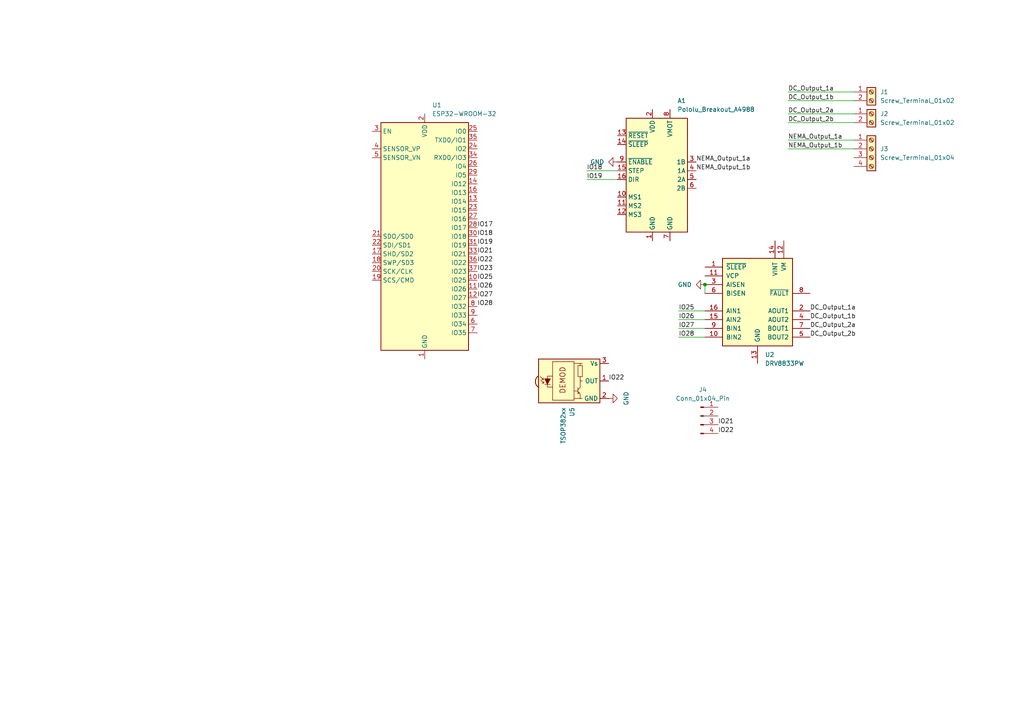
<source format=kicad_sch>
(kicad_sch (version 20250114) (generator "eeschema") (generator_version "9.0")
  (paper "A4")
  (lib_symbols
    (symbol "Connector:Conn_01x04_Pin" (pin_names (offset 1.016) (hide yes))
      (property "Reference" "J" (at 0 5.08 0))
      (property "Value" "Conn_01x04_Pin" (at 0 -7.62 0))
      (symbol "Conn_01x04_Pin_1_1"
        (rectangle (start 0.8636 2.667) (end 0 2.413) (stroke (width 0.1524)) (fill (type outline)))
        (rectangle (start 0.8636 0.127) (end 0 -0.127) (stroke (width 0.1524)) (fill (type outline)))
        (rectangle (start 0.8636 -2.413) (end 0 -2.667) (stroke (width 0.1524)) (fill (type outline)))
        (rectangle (start 0.8636 -4.953) (end 0 -5.207) (stroke (width 0.1524)) (fill (type outline)))
        (polyline (pts (xy 1.27 2.54) (xy 0.8636 2.54)) (stroke (width 0.1524)))
        (polyline (pts (xy 1.27 0) (xy 0.8636 0)) (stroke (width 0.1524)))
        (polyline (pts (xy 1.27 -2.54) (xy 0.8636 -2.54)) (stroke (width 0.1524)))
        (polyline (pts (xy 1.27 -5.08) (xy 0.8636 -5.08)) (stroke (width 0.1524)))
        (pin passive line (at 5.08 2.54 180) (length 3.81) (name "Pin_1") (number "1"))
        (pin passive line (at 5.08 0 180) (length 3.81) (name "Pin_2") (number "2"))
        (pin passive line (at 5.08 -2.54 180) (length 3.81) (name "Pin_3") (number "3"))
        (pin passive line (at 5.08 -5.08 180) (length 3.81) (name "Pin_4") (number "4"))
      )
    )
    (symbol "Connector:Screw_Terminal_01x02" (pin_names (offset 1.016) (hide yes))
      (property "Reference" "J" (at 0 2.54 0))
      (property "Value" "Screw_Terminal_01x02" (at 0 -5.08 0))
      (symbol "Screw_Terminal_01x02_1_1"
        (rectangle (start -1.27 1.27) (end 1.27 -3.81) (stroke (width 0.254)) (fill (type background)))
        (polyline (pts (xy -0.5334 0.3302) (xy 0.3302 -0.508)) (stroke (width 0.1524)))
        (polyline (pts (xy -0.5334 -2.2098) (xy 0.3302 -3.048)) (stroke (width 0.1524)))
        (polyline (pts (xy -0.3556 0.508) (xy 0.508 -0.3302)) (stroke (width 0.1524)))
        (polyline (pts (xy -0.3556 -2.032) (xy 0.508 -2.8702)) (stroke (width 0.1524)))
        (circle (center 0 0) (radius 0.635) (stroke (width 0.1524)))
        (circle (center 0 -2.54) (radius 0.635) (stroke (width 0.1524)))
        (pin passive line (at -5.08 0 0) (length 3.81) (name "Pin_1") (number "1"))
        (pin passive line (at -5.08 -2.54 0) (length 3.81) (name "Pin_2") (number "2"))
      )
    )
    (symbol "Connector:Screw_Terminal_01x04" (pin_names (offset 1.016) (hide yes))
      (property "Reference" "J" (at 0 5.08 0))
      (property "Value" "Screw_Terminal_01x04" (at 0 -7.62 0))
      (symbol "Screw_Terminal_01x04_1_1"
        (rectangle (start -1.27 3.81) (end 1.27 -6.35) (stroke (width 0.254)) (fill (type background)))
        (polyline (pts (xy -0.5334 2.8702) (xy 0.3302 2.032)) (stroke (width 0.1524)))
        (polyline (pts (xy -0.5334 0.3302) (xy 0.3302 -0.508)) (stroke (width 0.1524)))
        (polyline (pts (xy -0.5334 -2.2098) (xy 0.3302 -3.048)) (stroke (width 0.1524)))
        (polyline (pts (xy -0.5334 -4.7498) (xy 0.3302 -5.588)) (stroke (width 0.1524)))
        (polyline (pts (xy -0.3556 3.048) (xy 0.508 2.2098)) (stroke (width 0.1524)))
        (polyline (pts (xy -0.3556 0.508) (xy 0.508 -0.3302)) (stroke (width 0.1524)))
        (polyline (pts (xy -0.3556 -2.032) (xy 0.508 -2.8702)) (stroke (width 0.1524)))
        (polyline (pts (xy -0.3556 -4.572) (xy 0.508 -5.4102)) (stroke (width 0.1524)))
        (circle (center 0 2.54) (radius 0.635) (stroke (width 0.1524)))
        (circle (center 0 0) (radius 0.635) (stroke (width 0.1524)))
        (circle (center 0 -2.54) (radius 0.635) (stroke (width 0.1524)))
        (circle (center 0 -5.08) (radius 0.635) (stroke (width 0.1524)))
        (pin passive line (at -5.08 2.54 0) (length 3.81) (name "Pin_1") (number "1"))
        (pin passive line (at -5.08 0 0) (length 3.81) (name "Pin_2") (number "2"))
        (pin passive line (at -5.08 -2.54 0) (length 3.81) (name "Pin_3") (number "3"))
        (pin passive line (at -5.08 -5.08 0) (length 3.81) (name "Pin_4") (number "4"))
      )
    )
    (symbol "Driver_Motor:DRV8833PW" (pin_names (offset 1.016))
      (property "Reference" "U" (at -3.81 16.51 0))
      (property "Value" "DRV8833PW" (at -3.81 13.97 0))
      (symbol "DRV8833PW_0_1"
        (rectangle (start -10.16 12.7) (end 10.16 -12.7) (stroke (width 0.254)) (fill (type background)))
      )
      (symbol "DRV8833PW_1_1"
        (pin input line (at -15.24 10.16 0) (length 5.08) (name "~{SLEEP}") (number "1"))
        (pin bidirectional line (at -15.24 7.62 0) (length 5.08) (name "VCP") (number "11"))
        (pin bidirectional line (at -15.24 5.08 0) (length 5.08) (name "AISEN") (number "3"))
        (pin bidirectional line (at -15.24 2.54 0) (length 5.08) (name "BISEN") (number "6"))
        (pin input line (at -15.24 -2.54 0) (length 5.08) (name "AIN1") (number "16"))
        (pin input line (at -15.24 -5.08 0) (length 5.08) (name "AIN2") (number "15"))
        (pin input line (at -15.24 -7.62 0) (length 5.08) (name "BIN1") (number "9"))
        (pin input line (at -15.24 -10.16 0) (length 5.08) (name "BIN2") (number "10"))
        (pin power_in line (at 0 -17.78 90) (length 5.08) (name "GND") (number "13"))
        (pin power_in line (at 5.08 17.78 270) (length 5.08) (name "VINT") (number "14"))
        (pin power_in line (at 7.62 17.78 270) (length 5.08) (name "VM") (number "12"))
        (pin open_collector line (at 15.24 2.54 180) (length 5.08) (name "~{FAULT}") (number "8"))
        (pin power_out line (at 15.24 -2.54 180) (length 5.08) (name "AOUT1") (number "2"))
        (pin power_out line (at 15.24 -5.08 180) (length 5.08) (name "AOUT2") (number "4"))
        (pin power_out line (at 15.24 -7.62 180) (length 5.08) (name "BOUT1") (number "7"))
        (pin power_out line (at 15.24 -10.16 180) (length 5.08) (name "BOUT2") (number "5"))
      )
    )
    (symbol "Driver_Motor:Pololu_Breakout_A4988"
      (property "Reference" "A" (at -2.54 19.05 0))
      (property "Value" "Pololu_Breakout_A4988" (at -2.54 16.51 0))
      (symbol "Pololu_Breakout_A4988_0_1"
        (rectangle (start 10.16 -17.78) (end -7.62 15.24) (stroke (width 0.254)) (fill (type background)))
      )
      (symbol "Pololu_Breakout_A4988_1_1"
        (pin input line (at -10.16 10.16 0) (length 2.54) (name "~{RESET}") (number "13"))
        (pin input line (at -10.16 7.62 0) (length 2.54) (name "~{SLEEP}") (number "14"))
        (pin input line (at -10.16 2.54 0) (length 2.54) (name "~{ENABLE}") (number "9"))
        (pin input line (at -10.16 0 0) (length 2.54) (name "STEP") (number "15"))
        (pin input line (at -10.16 -2.54 0) (length 2.54) (name "DIR") (number "16"))
        (pin input line (at -10.16 -7.62 0) (length 2.54) (name "MS1") (number "10"))
        (pin input line (at -10.16 -10.16 0) (length 2.54) (name "MS2") (number "11"))
        (pin input line (at -10.16 -12.7 0) (length 2.54) (name "MS3") (number "12"))
        (pin power_in line (at 0 17.78 270) (length 2.54) (name "VDD") (number "2"))
        (pin power_in line (at 0 -20.32 90) (length 2.54) (name "GND") (number "1"))
        (pin power_in line (at 5.08 17.78 270) (length 2.54) (name "VMOT") (number "8"))
        (pin power_in line (at 5.08 -20.32 90) (length 2.54) (name "GND") (number "7"))
        (pin output line (at 12.7 2.54 180) (length 2.54) (name "1B") (number "3"))
        (pin output line (at 12.7 0 180) (length 2.54) (name "1A") (number "4"))
        (pin output line (at 12.7 -2.54 180) (length 2.54) (name "2A") (number "5"))
        (pin output line (at 12.7 -5.08 180) (length 2.54) (name "2B") (number "6"))
      )
    )
    (symbol "Interface_Optical:TSOP382xx"
      (property "Reference" "U" (at -10.16 7.62 0))
      (property "Value" "TSOP382xx" (at -10.16 -7.62 0))
      (symbol "TSOP382xx_0_0"
        (arc (start -10.287 -1.778) (mid -11.0899 -0.1905) (end -10.287 1.397) (stroke (width 0.254)) (fill (type background)))
        (polyline (pts (xy 1.905 5.08) (xy 0.127 5.08)))
        (polyline (pts (xy 1.905 -5.08) (xy 0.127 -5.08)))
        (text "DEMOD" (at -3.175 0.254 900) (effects (font (size 1.524 1.524))))
      )
      (symbol "TSOP382xx_0_1"
        (polyline (pts (xy -8.763 0.381) (xy -9.652 1.27)))
        (polyline (pts (xy -8.763 0.381) (xy -9.271 0.381)))
        (polyline (pts (xy -8.763 0.381) (xy -8.763 0.889)))
        (polyline (pts (xy -8.636 -0.635) (xy -9.525 0.254)))
        (polyline (pts (xy -8.636 -0.635) (xy -9.144 -0.635)))
        (polyline (pts (xy -8.636 -0.635) (xy -8.636 -0.127)))
        (polyline (pts (xy -8.382 0.635) (xy -6.731 0.635) (xy -7.62 -1.016) (xy -8.382 0.635)) (fill (type outline)))
        (polyline (pts (xy -8.382 -1.016) (xy -6.731 -1.016)))
        (rectangle (start -6.096 5.588) (end 0.127 -5.588))
        (polyline (pts (xy -6.096 1.397) (xy -7.62 1.397) (xy -7.62 -1.778) (xy -6.096 -1.778)))
        (polyline (pts (xy 1.27 -1.905) (xy 1.27 -3.81)))
        (polyline (pts (xy 1.27 -2.54) (xy 1.905 -1.905) (xy 1.905 0) (xy 2.54 0)))
        (polyline (pts (xy 1.27 -2.921) (xy 0.127 -2.921)))
        (polyline (pts (xy 1.27 -3.175) (xy 1.905 -3.81) (xy 1.905 -5.08) (xy 2.54 -5.08)))
        (polyline (pts (xy 1.397 -3.556) (xy 1.524 -3.556)))
        (polyline (pts (xy 1.651 -3.556) (xy 1.524 -3.556)))
        (polyline (pts (xy 1.651 -3.556) (xy 1.651 -3.302)))
        (polyline (pts (xy 1.905 4.445) (xy 1.905 5.08) (xy 2.54 5.08)))
        (polyline (pts (xy 1.905 0) (xy 1.905 1.27)))
        (rectangle (start 2.54 1.27) (end 1.27 4.445))
        (rectangle (start 7.62 6.35) (end -10.16 -6.35) (stroke (width 0.254)) (fill (type background)))
      )
      (symbol "TSOP382xx_1_1"
        (pin power_in line (at 10.16 5.08 180) (length 2.54) (name "Vs") (number "3"))
        (pin output line (at 10.16 0 180) (length 2.54) (name "OUT") (number "1"))
        (pin power_in line (at 10.16 -5.08 180) (length 2.54) (name "GND") (number "2"))
      )
    )
    (symbol "RF_Module:ESP32-WROOM-32"
      (property "Reference" "U" (at -12.7 34.29 0))
      (property "Value" "ESP32-WROOM-32" (at 1.27 34.29 0))
      (symbol "ESP32-WROOM-32_0_1"
        (rectangle (start -12.7 33.02) (end 12.7 -33.02) (stroke (width 0.254)) (fill (type background)))
      )
      (symbol "ESP32-WROOM-32_1_1"
        (pin input line (at -15.24 30.48 0) (length 2.54) (name "EN") (number "3"))
        (pin input line (at -15.24 25.4 0) (length 2.54) (name "SENSOR_VP") (number "4"))
        (pin input line (at -15.24 22.86 0) (length 2.54) (name "SENSOR_VN") (number "5"))
        (pin bidirectional line (at -15.24 0 0) (length 2.54) (name "SDO/SD0") (number "21"))
        (pin bidirectional line (at -15.24 -2.54 0) (length 2.54) (name "SDI/SD1") (number "22"))
        (pin bidirectional line (at -15.24 -5.08 0) (length 2.54) (name "SHD/SD2") (number "17"))
        (pin bidirectional line (at -15.24 -7.62 0) (length 2.54) (name "SWP/SD3") (number "18"))
        (pin bidirectional line (at -15.24 -10.16 0) (length 2.54) (name "SCK/CLK") (number "20"))
        (pin bidirectional line (at -15.24 -12.7 0) (length 2.54) (name "SCS/CMD") (number "19"))
        (pin no_connect line (at -12.7 -27.94 0) (length 2.54) (hide yes) (name "NC") (number "32"))
        (pin power_in line (at 0 35.56 270) (length 2.54) (name "VDD") (number "2"))
        (pin power_in line (at 0 -35.56 90) (length 2.54) (name "GND") (number "1"))
        (pin passive line (at 0 -35.56 90) (length 2.54) (hide yes) (name "GND") (number "15"))
        (pin passive line (at 0 -35.56 90) (length 2.54) (hide yes) (name "GND") (number "38"))
        (pin passive line (at 0 -35.56 90) (length 2.54) (hide yes) (name "GND") (number "39"))
        (pin bidirectional line (at 15.24 30.48 180) (length 2.54) (name "IO0") (number "25"))
        (pin bidirectional line (at 15.24 27.94 180) (length 2.54) (name "TXD0/IO1") (number "35"))
        (pin bidirectional line (at 15.24 25.4 180) (length 2.54) (name "IO2") (number "24"))
        (pin bidirectional line (at 15.24 22.86 180) (length 2.54) (name "RXD0/IO3") (number "34"))
        (pin bidirectional line (at 15.24 20.32 180) (length 2.54) (name "IO4") (number "26"))
        (pin bidirectional line (at 15.24 17.78 180) (length 2.54) (name "IO5") (number "29"))
        (pin bidirectional line (at 15.24 15.24 180) (length 2.54) (name "IO12") (number "14"))
        (pin bidirectional line (at 15.24 12.7 180) (length 2.54) (name "IO13") (number "16"))
        (pin bidirectional line (at 15.24 10.16 180) (length 2.54) (name "IO14") (number "13"))
        (pin bidirectional line (at 15.24 7.62 180) (length 2.54) (name "IO15") (number "23"))
        (pin bidirectional line (at 15.24 5.08 180) (length 2.54) (name "IO16") (number "27"))
        (pin bidirectional line (at 15.24 2.54 180) (length 2.54) (name "IO17") (number "28"))
        (pin bidirectional line (at 15.24 0 180) (length 2.54) (name "IO18") (number "30"))
        (pin bidirectional line (at 15.24 -2.54 180) (length 2.54) (name "IO19") (number "31"))
        (pin bidirectional line (at 15.24 -5.08 180) (length 2.54) (name "IO21") (number "33"))
        (pin bidirectional line (at 15.24 -7.62 180) (length 2.54) (name "IO22") (number "36"))
        (pin bidirectional line (at 15.24 -10.16 180) (length 2.54) (name "IO23") (number "37"))
        (pin bidirectional line (at 15.24 -12.7 180) (length 2.54) (name "IO25") (number "10"))
        (pin bidirectional line (at 15.24 -15.24 180) (length 2.54) (name "IO26") (number "11"))
        (pin bidirectional line (at 15.24 -17.78 180) (length 2.54) (name "IO27") (number "12"))
        (pin bidirectional line (at 15.24 -20.32 180) (length 2.54) (name "IO32") (number "8"))
        (pin bidirectional line (at 15.24 -22.86 180) (length 2.54) (name "IO33") (number "9"))
        (pin input line (at 15.24 -25.4 180) (length 2.54) (name "IO34") (number "6"))
        (pin input line (at 15.24 -27.94 180) (length 2.54) (name "IO35") (number "7"))
      )
    )
    (symbol "power:GND" (power) (pin_numbers (hide yes)) (pin_names (offset 0) (hide yes))
      (property "Value" "GND" (at 0 -3.81 0))
      (symbol "GND_0_1"
        (polyline (pts (xy 0 0) (xy 0 -1.27) (xy 1.27 -1.27) (xy 0 -2.54) (xy -1.27 -1.27) (xy 0 -1.27)))
      )
      (symbol "GND_1_1"
        (pin power_in line (at 0 0 270) (length 0) (name "~") (number "1"))
      )
    )
  )
  (junction (at 204.47 82.55))
  (wire (pts (xy 228.6 43.18) (xy 247.65 43.18)))
  (wire (pts (xy 196.85 92.71) (xy 204.47 92.71)))
  (wire (pts (xy 196.85 97.79) (xy 204.47 97.79)))
  (wire (pts (xy 179.07 52.07) (xy 170.18 52.07)))
  (wire (pts (xy 228.6 33.02) (xy 247.65 33.02)))
  (wire (pts (xy 228.6 40.64) (xy 247.65 40.64)))
  (wire (pts (xy 196.85 90.17) (xy 204.47 90.17)))
  (wire (pts (xy 179.07 49.53) (xy 170.18 49.53)))
  (wire (pts (xy 228.6 29.21) (xy 247.65 29.21)))
  (wire (pts (xy 196.85 95.25) (xy 204.47 95.25)))
  (wire (pts (xy 228.6 35.56) (xy 247.65 35.56)))
  (wire (pts (xy 247.65 26.67) (xy 228.6 26.67)))
  (wire (pts (xy 204.47 82.55) (xy 204.47 85.09)))
  (label "IO21" (at 208.28 123.19 0))
  (label "IO18" (at 170.18 49.53 0))
  (label "IO27" (at 196.85 95.25 0))
  (label "IO27" (at 138.43 86.36 0))
  (label "DC_Output_2b" (at 228.6 35.56 0))
  (label "NEMA_Output_1b" (at 228.6 43.18 0))
  (label "IO23" (at 138.43 78.74 0))
  (label "DC_Output_1a" (at 234.95 90.17 0))
  (label "IO28" (at 196.85 97.79 0))
  (label "IO25" (at 138.43 81.28 0))
  (label "IO19" (at 138.43 71.12 0))
  (label "IO28" (at 138.43 88.9 0))
  (label "DC_Output_1a" (at 228.6 26.67 0))
  (label "NEMA_Output_1a" (at 201.93 46.99 0))
  (label "NEMA_Output_1b" (at 201.93 49.53 0))
  (label "DC_Output_1b" (at 234.95 92.71 0))
  (label "IO18" (at 138.43 68.58 0))
  (label "DC_Output_2b" (at 234.95 97.79 0))
  (label "IO19" (at 170.18 52.07 0))
  (label "IO22" (at 208.28 125.73 0))
  (label "DC_Output_2a" (at 234.95 95.25 0))
  (label "IO22" (at 176.53 110.49 0))
  (label "DC_Output_1b" (at 228.6 29.21 0))
  (label "NEMA_Output_1a" (at 228.6 40.64 0))
  (label "IO25" (at 196.85 90.17 0))
  (label "IO21" (at 138.43 73.66 0))
  (label "IO17" (at 138.43 66.04 0))
  (label "IO26" (at 138.43 83.82 0))
  (label "IO26" (at 196.85 92.71 0))
  (label "IO22" (at 138.43 76.2 0))
  (label "DC_Output_2a" (at 228.6 33.02 0))
  (symbol (lib_id "Connector:Screw_Terminal_01x02") (at 252.73 26.67 0) (unit 1)
    (property "Reference" "J1" (at 255.27 26.6699 0) (effects (justify left)))
    (property "Value" "Screw_Terminal_01x02" (at 255.27 29.2099 0) (effects (justify left)))
    (property "Footprint" "TerminalBlock_RND:TerminalBlock_RND_205-00232_1x02_P5.08mm_Horizontal" (effects (hide yes)))
    (property "Description" "Generic screw terminal, single row, 01x02, script generated (kicad-library-utils/schlib/autogen/connector/)" (effects (hide yes)))
  )
  (symbol (lib_id "RF_Module:ESP32-WROOM-32") (at 123.19 68.58 0) (unit 1)
    (property "Reference" "U1" (at 125.3333 30.48 0) (effects (justify left)))
    (property "Value" "ESP32-WROOM-32" (at 125.3333 33.02 0) (effects (justify left)))
    (property "Footprint" "RF_Module:ESP32-WROOM-32" (effects (hide yes)))
    (property "Datasheet" "https://www.espressif.com/sites/default/files/documentation/esp32-wroom-32_datasheet_en.pdf" (effects (hide yes)))
    (property "Description" "RF Module, ESP32-D0WDQ6 SoC, Wi-Fi 802.11b/g/n, Bluetooth, BLE, 32-bit, 2.7-3.6V, onboard antenna, SMD" (effects (hide yes)))
  )
  (symbol (lib_id "Driver_Motor:Pololu_Breakout_A4988") (at 189.23 49.53 0) (unit 1)
    (property "Reference" "A1" (at 196.4533 29.21 0) (effects (justify left)))
    (property "Value" "Pololu_Breakout_A4988" (at 196.4533 31.75 0) (effects (justify left)))
    (property "Footprint" "Module:Pololu_Breakout-16_15.2x20.3mm" (effects (hide yes)))
    (property "Datasheet" "https://www.pololu.com/product/2980/pictures" (effects (hide yes)))
    (property "Description" "Pololu Breakout Board, Stepper Driver A4988" (effects (hide yes)))
  )
  (symbol (lib_id "Interface_Optical:TSOP382xx") (at 166.37 110.49 0) (unit 1)
    (property "Reference" "U5" (at 165.9052 118.11 90) (effects (justify right)))
    (property "Value" "TSOP382xx" (at 163.3652 118.11 90) (effects (justify right)))
    (property "Footprint" "OptoDevice:Vishay_MINICAST-3Pin" (effects (hide yes)))
    (property "Datasheet" "http://www.vishay.com/docs/82491/tsop382.pdf" (effects (hide yes)))
    (property "Description" "Photo Modules for PCM Remote Control Systems" (effects (hide yes)))
  )
  (symbol (lib_id "Driver_Motor:DRV8833PW") (at 219.71 87.63 0) (unit 1)
    (property "Reference" "U2" (at 221.8533 102.87 0) (effects (justify left)))
    (property "Value" "DRV8833PW" (at 221.8533 105.41 0) (effects (justify left)))
    (property "Footprint" "Package_SO:TSSOP-16_4.4x5mm_P0.65mm" (effects (hide yes)))
    (property "Datasheet" "http://www.ti.com/lit/ds/symlink/drv8833.pdf" (effects (hide yes)))
    (property "Description" "Dual H-Bridge Motor Driver, TSSOP-16" (effects (hide yes)))
  )
  (symbol (lib_id "power:GND") (at 179.07 46.99 270) (unit 1)
    (property "Reference" "#PWR01" (effects (hide yes)))
    (property "Value" "GND" (at 175.26 46.9899 90) (effects (justify right)))
    (property "Description" "Power symbol creates a global label with name \"GND\" , ground" (effects (hide yes)))
  )
  (symbol (lib_id "power:GND") (at 204.47 82.55 270) (unit 1)
    (property "Reference" "#PWR04" (effects (hide yes)))
    (property "Value" "GND" (at 200.66 82.5499 90) (effects (justify right)))
    (property "Description" "Power symbol creates a global label with name \"GND\" , ground" (effects (hide yes)))
  )
  (symbol (lib_id "Connector:Screw_Terminal_01x02") (at 252.73 33.02 0) (unit 1)
    (property "Reference" "J2" (at 255.27 33.0199 0) (effects (justify left)))
    (property "Value" "Screw_Terminal_01x02" (at 255.27 35.5599 0) (effects (justify left)))
    (property "Footprint" "TerminalBlock_RND:TerminalBlock_RND_205-00232_1x02_P5.08mm_Horizontal" (effects (hide yes)))
    (property "Description" "Generic screw terminal, single row, 01x02, script generated (kicad-library-utils/schlib/autogen/connector/)" (effects (hide yes)))
  )
  (symbol (lib_id "power:GND") (at 176.53 115.57 90) (unit 1)
    (property "Reference" "#PWR03" (effects (hide yes)))
    (property "Value" "GND" (at 181.61 115.57 0))
    (property "Description" "Power symbol creates a global label with name \"GND\" , ground" (effects (hide yes)))
  )
  (symbol (lib_id "Connector:Conn_01x04_Pin") (at 203.2 120.65 0) (unit 1)
    (property "Reference" "J4" (at 203.835 113.03 0))
    (property "Value" "Conn_01x04_Pin" (at 203.835 115.57 0))
    (property "Footprint" "Connector_PinHeader_2.54mm:PinHeader_1x04_P2.54mm_Vertical" (effects (hide yes)))
    (property "Description" "Generic connector, single row, 01x04, script generated" (effects (hide yes)))
  )
  (symbol (lib_id "Connector:Screw_Terminal_01x04") (at 252.73 43.18 0) (unit 1)
    (property "Reference" "J3" (at 255.27 43.1799 0) (effects (justify left)))
    (property "Value" "Screw_Terminal_01x04" (at 255.27 45.7199 0) (effects (justify left)))
    (property "Footprint" "TerminalBlock_Phoenix:TerminalBlock_Phoenix_MKDS-3-4-5.08_1x04_P5.08mm_Horizontal" (effects (hide yes)))
    (property "Description" "Generic screw terminal, single row, 01x04, script generated (kicad-library-utils/schlib/autogen/connector/)" (effects (hide yes)))
  )
)
</source>
